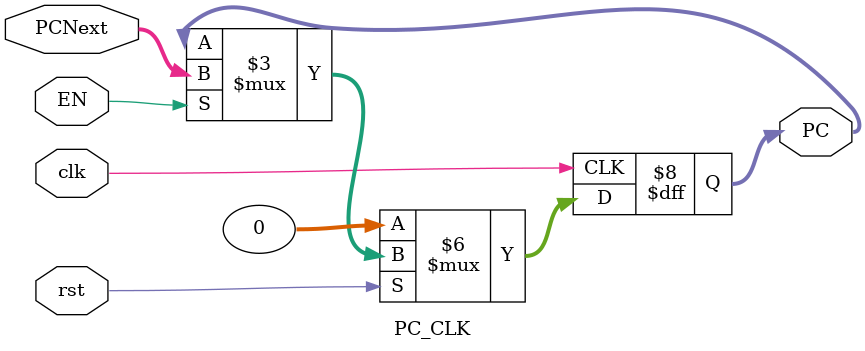
<source format=sv>
`timescale 1ns / 1ps

module PC_CLK(
input clk,rst,
input EN,
input [31:0] PCNext,
output logic [31:0] PC
    );
    
    always_ff @(posedge clk) begin
    if(!rst) PC <= 0;
    else if(EN) begin 
    PC <= PCNext;
    end
    end
endmodule

</source>
